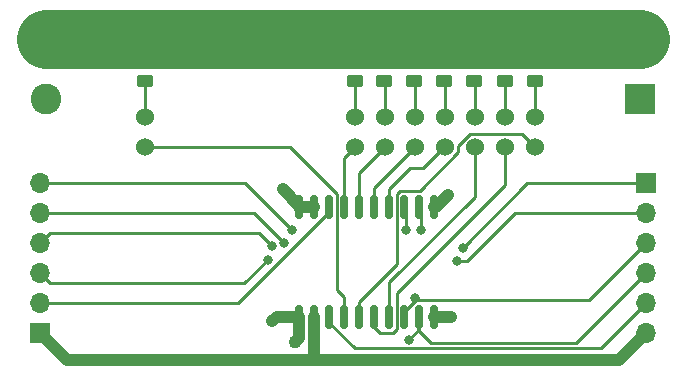
<source format=gtl>
%TF.GenerationSoftware,KiCad,Pcbnew,(6.0.4-0)*%
%TF.CreationDate,2022-03-28T18:44:13+01:00*%
%TF.ProjectId,SevenSegmentModule,53657665-6e53-4656-976d-656e744d6f64,rev?*%
%TF.SameCoordinates,Original*%
%TF.FileFunction,Copper,L1,Top*%
%TF.FilePolarity,Positive*%
%FSLAX46Y46*%
G04 Gerber Fmt 4.6, Leading zero omitted, Abs format (unit mm)*
G04 Created by KiCad (PCBNEW (6.0.4-0)) date 2022-03-28 18:44:13*
%MOMM*%
%LPD*%
G01*
G04 APERTURE LIST*
G04 Aperture macros list*
%AMRoundRect*
0 Rectangle with rounded corners*
0 $1 Rounding radius*
0 $2 $3 $4 $5 $6 $7 $8 $9 X,Y pos of 4 corners*
0 Add a 4 corners polygon primitive as box body*
4,1,4,$2,$3,$4,$5,$6,$7,$8,$9,$2,$3,0*
0 Add four circle primitives for the rounded corners*
1,1,$1+$1,$2,$3*
1,1,$1+$1,$4,$5*
1,1,$1+$1,$6,$7*
1,1,$1+$1,$8,$9*
0 Add four rect primitives between the rounded corners*
20,1,$1+$1,$2,$3,$4,$5,0*
20,1,$1+$1,$4,$5,$6,$7,0*
20,1,$1+$1,$6,$7,$8,$9,0*
20,1,$1+$1,$8,$9,$2,$3,0*%
G04 Aperture macros list end*
%TA.AperFunction,ComponentPad*%
%ADD10R,1.700000X1.700000*%
%TD*%
%TA.AperFunction,ComponentPad*%
%ADD11O,1.700000X1.700000*%
%TD*%
%TA.AperFunction,ComponentPad*%
%ADD12C,1.524000*%
%TD*%
%TA.AperFunction,SMDPad,CuDef*%
%ADD13RoundRect,0.250000X0.450000X-0.262500X0.450000X0.262500X-0.450000X0.262500X-0.450000X-0.262500X0*%
%TD*%
%TA.AperFunction,ComponentPad*%
%ADD14R,2.600000X2.600000*%
%TD*%
%TA.AperFunction,ComponentPad*%
%ADD15C,2.600000*%
%TD*%
%TA.AperFunction,SMDPad,CuDef*%
%ADD16RoundRect,0.225000X0.225000X0.250000X-0.225000X0.250000X-0.225000X-0.250000X0.225000X-0.250000X0*%
%TD*%
%TA.AperFunction,SMDPad,CuDef*%
%ADD17RoundRect,0.150000X0.150000X-0.875000X0.150000X0.875000X-0.150000X0.875000X-0.150000X-0.875000X0*%
%TD*%
%TA.AperFunction,ViaPad*%
%ADD18C,0.800000*%
%TD*%
%TA.AperFunction,Conductor*%
%ADD19C,0.250000*%
%TD*%
%TA.AperFunction,Conductor*%
%ADD20C,1.000000*%
%TD*%
%TA.AperFunction,Conductor*%
%ADD21C,5.000000*%
%TD*%
G04 APERTURE END LIST*
D10*
%TO.P,J4,1,Pin_1*%
%TO.N,+3V3*%
X139192000Y-99568000D03*
D11*
%TO.P,J4,2,Pin_2*%
%TO.N,SER_OUT*%
X139192000Y-97028000D03*
%TO.P,J4,3,Pin_3*%
%TO.N,G*%
X139192000Y-94488000D03*
%TO.P,J4,4,Pin_4*%
%TO.N,SRCLR*%
X139192000Y-91948000D03*
%TO.P,J4,5,Pin_5*%
%TO.N,SRCK*%
X139192000Y-89408000D03*
%TO.P,J4,6,Pin_6*%
%TO.N,RCLK*%
X139192000Y-86868000D03*
%TD*%
D10*
%TO.P,J1,1,Pin_1*%
%TO.N,RCLK*%
X190500000Y-86868000D03*
D11*
%TO.P,J1,2,Pin_2*%
%TO.N,SRCK*%
X190500000Y-89408000D03*
%TO.P,J1,3,Pin_3*%
%TO.N,SRCLR*%
X190500000Y-91948000D03*
%TO.P,J1,4,Pin_4*%
%TO.N,G*%
X190500000Y-94488000D03*
%TO.P,J1,5,Pin_5*%
%TO.N,SER_IN*%
X190500000Y-97028000D03*
%TO.P,J1,6,Pin_6*%
%TO.N,+3V3*%
X190500000Y-99568000D03*
%TD*%
D12*
%TO.P,U2,16,DP-*%
%TO.N,Net-(U1-Pad4)*%
X148082000Y-83820000D03*
%TO.P,U2,15,DP+*%
%TO.N,Net-(R1-Pad1)*%
X148082000Y-81280000D03*
%TO.P,U2,14,G-*%
%TO.N,Net-(U1-Pad5)*%
X181102000Y-83820000D03*
%TO.P,U2,13,G+*%
%TO.N,Net-(R2-Pad1)*%
X181102000Y-81280000D03*
%TO.P,U2,12,F-*%
%TO.N,Net-(U1-Pad6)*%
X178562000Y-83820000D03*
%TO.P,U2,11,F+*%
%TO.N,Net-(R3-Pad1)*%
X178562000Y-81280000D03*
%TO.P,U2,10,E-*%
%TO.N,Net-(U1-Pad7)*%
X176022000Y-83820000D03*
%TO.P,U2,9,E+*%
%TO.N,Net-(R4-Pad1)*%
X176022000Y-81280000D03*
%TO.P,U2,8,D-*%
%TO.N,Net-(U1-Pad14)*%
X173482000Y-83820000D03*
%TO.P,U2,7,D+*%
%TO.N,Net-(R5-Pad1)*%
X173482000Y-81280000D03*
%TO.P,U2,6,C-*%
%TO.N,Net-(U1-Pad15)*%
X170942000Y-83820000D03*
%TO.P,U2,5,C+*%
%TO.N,Net-(R6-Pad1)*%
X170942000Y-81280000D03*
%TO.P,U2,4,B-*%
%TO.N,Net-(U1-Pad16)*%
X168402000Y-83820000D03*
%TO.P,U2,3,B+*%
%TO.N,Net-(R7-Pad1)*%
X168402000Y-81280000D03*
%TO.P,U2,2,A-*%
%TO.N,Net-(U1-Pad17)*%
X165862000Y-83820000D03*
%TO.P,U2,1,A+*%
%TO.N,Net-(R8-Pad1)*%
X165862000Y-81280000D03*
%TD*%
D13*
%TO.P,R7,1*%
%TO.N,Net-(R7-Pad1)*%
X168296170Y-78194000D03*
%TO.P,R7,2*%
%TO.N,+5V*%
X168296170Y-76369000D03*
%TD*%
D14*
%TO.P,J5,1,Pin_1*%
%TO.N,+5V*%
X139700000Y-74676000D03*
D15*
%TO.P,J5,2,Pin_2*%
%TO.N,GND*%
X139700000Y-79756000D03*
%TD*%
D13*
%TO.P,R6,1*%
%TO.N,Net-(R6-Pad1)*%
X170857336Y-78194000D03*
%TO.P,R6,2*%
%TO.N,+5V*%
X170857336Y-76369000D03*
%TD*%
D16*
%TO.P,C1,1*%
%TO.N,+3V3*%
X162332000Y-100330000D03*
%TO.P,C1,2*%
%TO.N,GND*%
X160782000Y-100330000D03*
%TD*%
D13*
%TO.P,R4,1*%
%TO.N,Net-(R4-Pad1)*%
X175979668Y-78194000D03*
%TO.P,R4,2*%
%TO.N,+5V*%
X175979668Y-76369000D03*
%TD*%
%TO.P,R2,1*%
%TO.N,Net-(R2-Pad1)*%
X181102000Y-78194000D03*
%TO.P,R2,2*%
%TO.N,+5V*%
X181102000Y-76369000D03*
%TD*%
%TO.P,R1,1*%
%TO.N,Net-(R1-Pad1)*%
X148082000Y-78232000D03*
%TO.P,R1,2*%
%TO.N,+5V*%
X148082000Y-76407000D03*
%TD*%
D14*
%TO.P,J2,1,Pin_1*%
%TO.N,GND*%
X189992000Y-79756000D03*
D15*
%TO.P,J2,2,Pin_2*%
%TO.N,+5V*%
X189992000Y-74676000D03*
%TD*%
D13*
%TO.P,R8,2*%
%TO.N,+5V*%
X165862000Y-76407000D03*
%TO.P,R8,1*%
%TO.N,Net-(R8-Pad1)*%
X165862000Y-78232000D03*
%TD*%
%TO.P,R3,1*%
%TO.N,Net-(R3-Pad1)*%
X178540834Y-78194000D03*
%TO.P,R3,2*%
%TO.N,+5V*%
X178540834Y-76369000D03*
%TD*%
%TO.P,R5,1*%
%TO.N,Net-(R5-Pad1)*%
X173418502Y-78194000D03*
%TO.P,R5,2*%
%TO.N,+5V*%
X173418502Y-76369000D03*
%TD*%
D17*
%TO.P,TPIC6595,1,PGND*%
%TO.N,GND*%
X161163000Y-98171000D03*
%TO.P,TPIC6595,2,VCC*%
%TO.N,+3V3*%
X162433000Y-98171000D03*
%TO.P,TPIC6595,3,SER_IN*%
%TO.N,SER_IN*%
X163703000Y-98171000D03*
%TO.P,TPIC6595,4,DRAIN0*%
%TO.N,Net-(U1-Pad4)*%
X164973000Y-98171000D03*
%TO.P,TPIC6595,5,DRAIN1*%
%TO.N,Net-(U1-Pad5)*%
X166243000Y-98171000D03*
%TO.P,TPIC6595,6,DRAIN2*%
%TO.N,Net-(U1-Pad6)*%
X167513000Y-98171000D03*
%TO.P,TPIC6595,7,DRAIN3*%
%TO.N,Net-(U1-Pad7)*%
X168783000Y-98171000D03*
%TO.P,TPIC6595,8,~{SRCLR}*%
%TO.N,SRCLR*%
X170053000Y-98171000D03*
%TO.P,TPIC6595,9,~{G}*%
%TO.N,G*%
X171323000Y-98171000D03*
%TO.P,TPIC6595,10,PGND*%
%TO.N,GND*%
X172593000Y-98171000D03*
%TO.P,TPIC6595,11,PGND*%
X172593000Y-88871000D03*
%TO.P,TPIC6595,12,RCLK*%
%TO.N,RCLK*%
X171323000Y-88871000D03*
%TO.P,TPIC6595,13,SRCK*%
%TO.N,SRCK*%
X170053000Y-88871000D03*
%TO.P,TPIC6595,14,DRAIN4*%
%TO.N,Net-(U1-Pad14)*%
X168783000Y-88871000D03*
%TO.P,TPIC6595,15,DRAIN5*%
%TO.N,Net-(U1-Pad15)*%
X167513000Y-88871000D03*
%TO.P,TPIC6595,16,DRAIN6*%
%TO.N,Net-(U1-Pad16)*%
X166243000Y-88871000D03*
%TO.P,TPIC6595,17,DRAIN7*%
%TO.N,Net-(U1-Pad17)*%
X164973000Y-88871000D03*
%TO.P,TPIC6595,18,SER_OUT*%
%TO.N,SER_OUT*%
X163703000Y-88871000D03*
%TO.P,TPIC6595,19,LGND*%
%TO.N,GND*%
X162433000Y-88871000D03*
%TO.P,TPIC6595,20,PGND*%
X161163000Y-88871000D03*
%TD*%
D18*
%TO.N,GND*%
X159766000Y-87376000D03*
X173736000Y-87884000D03*
X173990000Y-98171000D03*
X158877000Y-98552000D03*
%TO.N,SRCLR*%
X158877000Y-92202000D03*
X170967187Y-96575311D03*
%TO.N,G*%
X170434000Y-100113500D03*
X158496000Y-93345000D03*
%TO.N,SRCK*%
X159893000Y-91948000D03*
%TO.N,RCLK*%
X160528000Y-90805000D03*
X171450000Y-90805000D03*
X175006000Y-92329000D03*
%TO.N,SRCK*%
X170180000Y-90805000D03*
X174498000Y-93472000D03*
%TD*%
D19*
%TO.N,Net-(U1-Pad6)*%
X169418000Y-99232072D02*
X169129552Y-99520520D01*
D20*
%TO.N,GND*%
X161163000Y-88773000D02*
X159766000Y-87376000D01*
X161163000Y-88871000D02*
X161163000Y-88773000D01*
X172749000Y-88871000D02*
X173736000Y-87884000D01*
X172593000Y-88871000D02*
X172749000Y-88871000D01*
X172593000Y-98171000D02*
X173990000Y-98171000D01*
X159258000Y-98171000D02*
X158877000Y-98552000D01*
X161163000Y-98171000D02*
X159258000Y-98171000D01*
X161163000Y-98171000D02*
X161163000Y-99949000D01*
X161163000Y-99949000D02*
X160782000Y-100330000D01*
%TO.N,+3V3*%
X188214000Y-101854000D02*
X162433000Y-101854000D01*
X162433000Y-101854000D02*
X141478000Y-101854000D01*
X162433000Y-98171000D02*
X162433000Y-101854000D01*
D19*
%TO.N,SRCLR*%
X139192000Y-91948000D02*
X140042000Y-91098000D01*
X140042000Y-91098000D02*
X157773000Y-91098000D01*
X157773000Y-91098000D02*
X158877000Y-92202000D01*
%TO.N,G*%
X171323000Y-99224500D02*
X171323000Y-98171000D01*
X170434000Y-100113500D02*
X171323000Y-99224500D01*
X156503000Y-95338000D02*
X158496000Y-93345000D01*
X139192000Y-94488000D02*
X140042000Y-95338000D01*
X140042000Y-95338000D02*
X156503000Y-95338000D01*
%TO.N,SRCK*%
X157353000Y-89408000D02*
X159893000Y-91948000D01*
X139192000Y-89408000D02*
X157353000Y-89408000D01*
%TO.N,RCLK*%
X156591000Y-86868000D02*
X160528000Y-90805000D01*
X139192000Y-86868000D02*
X156591000Y-86868000D01*
%TO.N,Net-(U1-Pad6)*%
X169418000Y-97261040D02*
X169418000Y-99232072D01*
X169129552Y-99520520D02*
X167973520Y-99520520D01*
X167973520Y-99520520D02*
X167513000Y-99060000D01*
X167513000Y-99060000D02*
X167513000Y-98171000D01*
X169418000Y-96139000D02*
X169418000Y-97261040D01*
X178562000Y-83820000D02*
X178562000Y-86995000D01*
X178562000Y-86995000D02*
X169418000Y-96139000D01*
%TO.N,SRCK*%
X190500000Y-89408000D02*
X179451000Y-89408000D01*
X179451000Y-89408000D02*
X175387000Y-93472000D01*
X175387000Y-93472000D02*
X174498000Y-93472000D01*
%TO.N,RCLK*%
X175005641Y-92328641D02*
X175006000Y-92329000D01*
X171450000Y-90805000D02*
X171450000Y-88998000D01*
X171450000Y-88998000D02*
X171323000Y-88871000D01*
X180466283Y-86868000D02*
X175005641Y-92328641D01*
X190500000Y-86868000D02*
X180466283Y-86868000D01*
%TO.N,SRCK*%
X170180000Y-88998000D02*
X170053000Y-88871000D01*
X170180000Y-90805000D02*
X170180000Y-88998000D01*
%TO.N,SRCLR*%
X190500000Y-91948000D02*
X185674000Y-96774000D01*
X185674000Y-96774000D02*
X171023928Y-96774000D01*
X170053000Y-97744928D02*
X170053000Y-98171000D01*
X171023928Y-96774000D02*
X170053000Y-97744928D01*
%TO.N,G*%
X184599520Y-100388480D02*
X172339000Y-100388480D01*
X190500000Y-94488000D02*
X184599520Y-100388480D01*
X172339000Y-100388480D02*
X171323000Y-99372480D01*
X171323000Y-99372480D02*
X171323000Y-98171000D01*
%TO.N,SER_IN*%
X163703000Y-98171000D02*
X163703000Y-98679000D01*
X163703000Y-98679000D02*
X165862000Y-100838000D01*
X165862000Y-100838000D02*
X186690000Y-100838000D01*
X186690000Y-100838000D02*
X190500000Y-97028000D01*
D20*
%TO.N,+3V3*%
X190500000Y-99568000D02*
X188214000Y-101854000D01*
X141478000Y-101854000D02*
X139192000Y-99568000D01*
D19*
%TO.N,Net-(U1-Pad5)*%
X181102000Y-83820000D02*
X180015489Y-82733489D01*
X180015489Y-82733489D02*
X175571951Y-82733489D01*
X175571951Y-82733489D02*
X174568511Y-83736929D01*
X174568511Y-83736929D02*
X174568511Y-84270049D01*
X174568511Y-84270049D02*
X171335560Y-87503000D01*
X171335560Y-87503000D02*
X169724928Y-87503000D01*
X169724928Y-87503000D02*
X169407520Y-87820408D01*
X169407520Y-87820408D02*
X169407520Y-93752552D01*
X169407520Y-93752552D02*
X166243000Y-96917072D01*
%TO.N,Net-(U1-Pad4)*%
X148082000Y-83820000D02*
X160348072Y-83820000D01*
X164973000Y-96520000D02*
X164973000Y-98171000D01*
X160348072Y-83820000D02*
X164348480Y-87820408D01*
X164348480Y-87820408D02*
X164348480Y-95895480D01*
X164348480Y-95895480D02*
X164973000Y-96520000D01*
%TO.N,SER_OUT*%
X139192000Y-97028000D02*
X155972072Y-97028000D01*
X155972072Y-97028000D02*
X163703000Y-89297072D01*
X163703000Y-89297072D02*
X163703000Y-88871000D01*
%TO.N,Net-(U1-Pad5)*%
X166243000Y-96917072D02*
X166243000Y-98171000D01*
%TO.N,Net-(U1-Pad7)*%
X176022000Y-83820000D02*
X176022000Y-88011000D01*
X168783000Y-95250000D02*
X168783000Y-98171000D01*
X176022000Y-88011000D02*
X168783000Y-95250000D01*
%TO.N,Net-(U1-Pad14)*%
X171629928Y-85598000D02*
X170561000Y-85598000D01*
X173482000Y-83820000D02*
X173407928Y-83820000D01*
X173407928Y-83820000D02*
X171629928Y-85598000D01*
X168783000Y-87376000D02*
X168783000Y-88871000D01*
X170561000Y-85598000D02*
X168783000Y-87376000D01*
%TO.N,Net-(U1-Pad15)*%
X170942000Y-83820000D02*
X167513000Y-87249000D01*
X167513000Y-87249000D02*
X167513000Y-88871000D01*
%TO.N,Net-(U1-Pad16)*%
X168402000Y-83820000D02*
X166243000Y-85979000D01*
X166243000Y-85979000D02*
X166243000Y-88871000D01*
%TO.N,Net-(U1-Pad17)*%
X165862000Y-83820000D02*
X164973000Y-84709000D01*
X164973000Y-84709000D02*
X164973000Y-88871000D01*
D20*
%TO.N,GND*%
X161163000Y-88871000D02*
X162433000Y-88871000D01*
D19*
%TO.N,Net-(R2-Pad1)*%
X181102000Y-78194000D02*
X181102000Y-81280000D01*
%TO.N,Net-(R3-Pad1)*%
X178540834Y-78194000D02*
X178562000Y-78215166D01*
X178562000Y-78215166D02*
X178562000Y-81280000D01*
%TO.N,Net-(R4-Pad1)*%
X175979668Y-78194000D02*
X176022000Y-78236332D01*
X176022000Y-78236332D02*
X176022000Y-81280000D01*
%TO.N,Net-(R5-Pad1)*%
X173418502Y-78194000D02*
X173482000Y-78257498D01*
X173482000Y-78257498D02*
X173482000Y-81280000D01*
%TO.N,Net-(R6-Pad1)*%
X170857336Y-78194000D02*
X170942000Y-78278664D01*
X170942000Y-78278664D02*
X170942000Y-81280000D01*
%TO.N,Net-(R7-Pad1)*%
X168296170Y-78194000D02*
X168402000Y-78299830D01*
X168402000Y-78299830D02*
X168402000Y-81280000D01*
%TO.N,Net-(R8-Pad1)*%
X165862000Y-78232000D02*
X165862000Y-81280000D01*
%TO.N,Net-(R1-Pad1)*%
X148082000Y-78232000D02*
X148082000Y-81280000D01*
D21*
%TO.N,+5V*%
X189954980Y-74638980D02*
X139737020Y-74638980D01*
X139737020Y-74638980D02*
X139700000Y-74676000D01*
X189992000Y-74676000D02*
X189954980Y-74638980D01*
%TD*%
M02*

</source>
